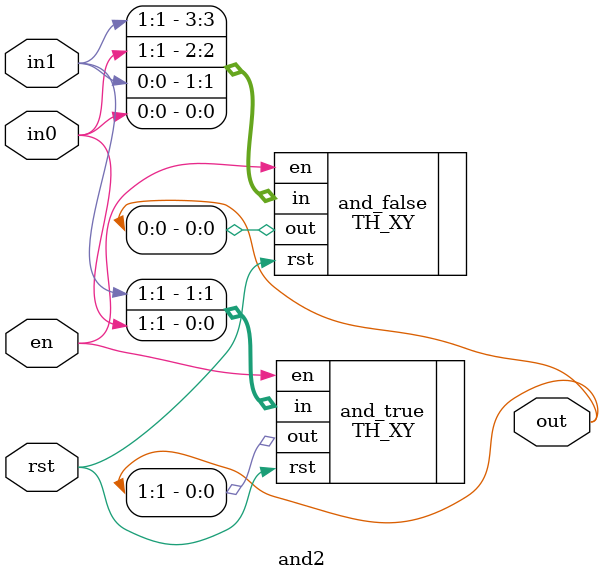
<source format=sv>
`timescale 1ns / 1ps

module and2#(
  parameter                    ENC = "TP",
  localparam                   RAIL_NUM = 2
)
(
//---------CTRL-----------------------
  input                           rst,
  input                           en,
//---------LINK-IN--------------------
  input            [RAIL_NUM-1:0] in0,
//---------LINK-IN--------------------
  input            [RAIL_NUM-1:0] in1,
//---------LINK-OUT-------------------
  output           [RAIL_NUM-1:0] out
//------------------------------------
);

TH_XY#
(
  .ENC  (ENC),
  .CFG  ("4_2_3")
)
and_false
(
//---------CTRL----------------
	.rst(rst),
//-----------------------------
	.en(en),
	.in({in1[1],in0[1],in1[0],in0[0]}),
	.out(out[0])
//-----------------------------
);

TH_XY#
(
  .ENC  (ENC),
  .CFG  ("2_0_2")
)
and_true
(
//---------CTRL----------------
	.rst(rst),
//-----------------------------
	.en(en),
	.in({in1[1],in0[1]}),
	.out(out[1])
//-----------------------------
);

endmodule

</source>
